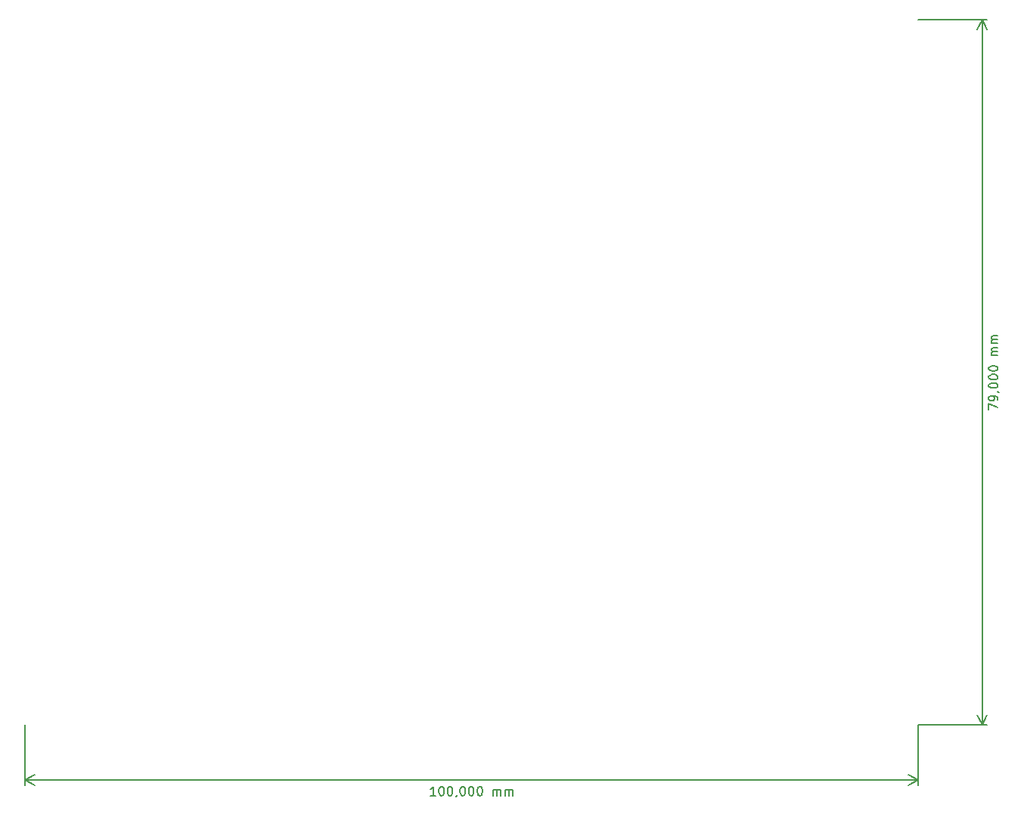
<source format=gbr>
G04 #@! TF.GenerationSoftware,KiCad,Pcbnew,5.1.4-3.fc30*
G04 #@! TF.CreationDate,2019-09-19T02:51:47+02:00*
G04 #@! TF.ProjectId,avr_dev_board_atmega16,6176725f-6465-4765-9f62-6f6172645f61,1_0*
G04 #@! TF.SameCoordinates,Original*
G04 #@! TF.FileFunction,Drawing*
%FSLAX46Y46*%
G04 Gerber Fmt 4.6, Leading zero omitted, Abs format (unit mm)*
G04 Created by KiCad (PCBNEW 5.1.4-3.fc30) date 2019-09-19 02:51:47*
%MOMM*%
%LPD*%
G04 APERTURE LIST*
%ADD10C,0.150000*%
G04 APERTURE END LIST*
D10*
X86135080Y-133946680D02*
X85563652Y-133946680D01*
X85849366Y-133946680D02*
X85849366Y-132946680D01*
X85754128Y-133089538D01*
X85658890Y-133184776D01*
X85563652Y-133232395D01*
X86754128Y-132946680D02*
X86849366Y-132946680D01*
X86944604Y-132994300D01*
X86992223Y-133041919D01*
X87039842Y-133137157D01*
X87087461Y-133327633D01*
X87087461Y-133565728D01*
X87039842Y-133756204D01*
X86992223Y-133851442D01*
X86944604Y-133899061D01*
X86849366Y-133946680D01*
X86754128Y-133946680D01*
X86658890Y-133899061D01*
X86611271Y-133851442D01*
X86563652Y-133756204D01*
X86516033Y-133565728D01*
X86516033Y-133327633D01*
X86563652Y-133137157D01*
X86611271Y-133041919D01*
X86658890Y-132994300D01*
X86754128Y-132946680D01*
X87706509Y-132946680D02*
X87801747Y-132946680D01*
X87896985Y-132994300D01*
X87944604Y-133041919D01*
X87992223Y-133137157D01*
X88039842Y-133327633D01*
X88039842Y-133565728D01*
X87992223Y-133756204D01*
X87944604Y-133851442D01*
X87896985Y-133899061D01*
X87801747Y-133946680D01*
X87706509Y-133946680D01*
X87611271Y-133899061D01*
X87563652Y-133851442D01*
X87516033Y-133756204D01*
X87468414Y-133565728D01*
X87468414Y-133327633D01*
X87516033Y-133137157D01*
X87563652Y-133041919D01*
X87611271Y-132994300D01*
X87706509Y-132946680D01*
X88516033Y-133899061D02*
X88516033Y-133946680D01*
X88468414Y-134041919D01*
X88420795Y-134089538D01*
X89135080Y-132946680D02*
X89230319Y-132946680D01*
X89325557Y-132994300D01*
X89373176Y-133041919D01*
X89420795Y-133137157D01*
X89468414Y-133327633D01*
X89468414Y-133565728D01*
X89420795Y-133756204D01*
X89373176Y-133851442D01*
X89325557Y-133899061D01*
X89230319Y-133946680D01*
X89135080Y-133946680D01*
X89039842Y-133899061D01*
X88992223Y-133851442D01*
X88944604Y-133756204D01*
X88896985Y-133565728D01*
X88896985Y-133327633D01*
X88944604Y-133137157D01*
X88992223Y-133041919D01*
X89039842Y-132994300D01*
X89135080Y-132946680D01*
X90087461Y-132946680D02*
X90182700Y-132946680D01*
X90277938Y-132994300D01*
X90325557Y-133041919D01*
X90373176Y-133137157D01*
X90420795Y-133327633D01*
X90420795Y-133565728D01*
X90373176Y-133756204D01*
X90325557Y-133851442D01*
X90277938Y-133899061D01*
X90182700Y-133946680D01*
X90087461Y-133946680D01*
X89992223Y-133899061D01*
X89944604Y-133851442D01*
X89896985Y-133756204D01*
X89849366Y-133565728D01*
X89849366Y-133327633D01*
X89896985Y-133137157D01*
X89944604Y-133041919D01*
X89992223Y-132994300D01*
X90087461Y-132946680D01*
X91039842Y-132946680D02*
X91135080Y-132946680D01*
X91230319Y-132994300D01*
X91277938Y-133041919D01*
X91325557Y-133137157D01*
X91373176Y-133327633D01*
X91373176Y-133565728D01*
X91325557Y-133756204D01*
X91277938Y-133851442D01*
X91230319Y-133899061D01*
X91135080Y-133946680D01*
X91039842Y-133946680D01*
X90944604Y-133899061D01*
X90896985Y-133851442D01*
X90849366Y-133756204D01*
X90801747Y-133565728D01*
X90801747Y-133327633D01*
X90849366Y-133137157D01*
X90896985Y-133041919D01*
X90944604Y-132994300D01*
X91039842Y-132946680D01*
X92563652Y-133946680D02*
X92563652Y-133280014D01*
X92563652Y-133375252D02*
X92611271Y-133327633D01*
X92706509Y-133280014D01*
X92849366Y-133280014D01*
X92944604Y-133327633D01*
X92992223Y-133422871D01*
X92992223Y-133946680D01*
X92992223Y-133422871D02*
X93039842Y-133327633D01*
X93135080Y-133280014D01*
X93277938Y-133280014D01*
X93373176Y-133327633D01*
X93420795Y-133422871D01*
X93420795Y-133946680D01*
X93896985Y-133946680D02*
X93896985Y-133280014D01*
X93896985Y-133375252D02*
X93944604Y-133327633D01*
X94039842Y-133280014D01*
X94182700Y-133280014D01*
X94277938Y-133327633D01*
X94325557Y-133422871D01*
X94325557Y-133946680D01*
X94325557Y-133422871D02*
X94373176Y-133327633D01*
X94468414Y-133280014D01*
X94611271Y-133280014D01*
X94706509Y-133327633D01*
X94754128Y-133422871D01*
X94754128Y-133946680D01*
X40182800Y-132194300D02*
X140182600Y-132194300D01*
X40182800Y-126034800D02*
X40182800Y-132780721D01*
X140182600Y-126034800D02*
X140182600Y-132780721D01*
X140182600Y-132194300D02*
X139056096Y-132780721D01*
X140182600Y-132194300D02*
X139056096Y-131607879D01*
X40182800Y-132194300D02*
X41309304Y-132780721D01*
X40182800Y-132194300D02*
X41309304Y-131607879D01*
X148072380Y-90725276D02*
X148072380Y-90058609D01*
X149072380Y-90487180D01*
X149072380Y-89630038D02*
X149072380Y-89439561D01*
X149024761Y-89344323D01*
X148977142Y-89296704D01*
X148834285Y-89201466D01*
X148643809Y-89153847D01*
X148262857Y-89153847D01*
X148167619Y-89201466D01*
X148120000Y-89249085D01*
X148072380Y-89344323D01*
X148072380Y-89534800D01*
X148120000Y-89630038D01*
X148167619Y-89677657D01*
X148262857Y-89725276D01*
X148500952Y-89725276D01*
X148596190Y-89677657D01*
X148643809Y-89630038D01*
X148691428Y-89534800D01*
X148691428Y-89344323D01*
X148643809Y-89249085D01*
X148596190Y-89201466D01*
X148500952Y-89153847D01*
X149024761Y-88677657D02*
X149072380Y-88677657D01*
X149167619Y-88725276D01*
X149215238Y-88772895D01*
X148072380Y-88058609D02*
X148072380Y-87963371D01*
X148120000Y-87868133D01*
X148167619Y-87820514D01*
X148262857Y-87772895D01*
X148453333Y-87725276D01*
X148691428Y-87725276D01*
X148881904Y-87772895D01*
X148977142Y-87820514D01*
X149024761Y-87868133D01*
X149072380Y-87963371D01*
X149072380Y-88058609D01*
X149024761Y-88153847D01*
X148977142Y-88201466D01*
X148881904Y-88249085D01*
X148691428Y-88296704D01*
X148453333Y-88296704D01*
X148262857Y-88249085D01*
X148167619Y-88201466D01*
X148120000Y-88153847D01*
X148072380Y-88058609D01*
X148072380Y-87106228D02*
X148072380Y-87010990D01*
X148120000Y-86915752D01*
X148167619Y-86868133D01*
X148262857Y-86820514D01*
X148453333Y-86772895D01*
X148691428Y-86772895D01*
X148881904Y-86820514D01*
X148977142Y-86868133D01*
X149024761Y-86915752D01*
X149072380Y-87010990D01*
X149072380Y-87106228D01*
X149024761Y-87201466D01*
X148977142Y-87249085D01*
X148881904Y-87296704D01*
X148691428Y-87344323D01*
X148453333Y-87344323D01*
X148262857Y-87296704D01*
X148167619Y-87249085D01*
X148120000Y-87201466D01*
X148072380Y-87106228D01*
X148072380Y-86153847D02*
X148072380Y-86058609D01*
X148120000Y-85963371D01*
X148167619Y-85915752D01*
X148262857Y-85868133D01*
X148453333Y-85820514D01*
X148691428Y-85820514D01*
X148881904Y-85868133D01*
X148977142Y-85915752D01*
X149024761Y-85963371D01*
X149072380Y-86058609D01*
X149072380Y-86153847D01*
X149024761Y-86249085D01*
X148977142Y-86296704D01*
X148881904Y-86344323D01*
X148691428Y-86391942D01*
X148453333Y-86391942D01*
X148262857Y-86344323D01*
X148167619Y-86296704D01*
X148120000Y-86249085D01*
X148072380Y-86153847D01*
X149072380Y-84630038D02*
X148405714Y-84630038D01*
X148500952Y-84630038D02*
X148453333Y-84582419D01*
X148405714Y-84487180D01*
X148405714Y-84344323D01*
X148453333Y-84249085D01*
X148548571Y-84201466D01*
X149072380Y-84201466D01*
X148548571Y-84201466D02*
X148453333Y-84153847D01*
X148405714Y-84058609D01*
X148405714Y-83915752D01*
X148453333Y-83820514D01*
X148548571Y-83772895D01*
X149072380Y-83772895D01*
X149072380Y-83296704D02*
X148405714Y-83296704D01*
X148500952Y-83296704D02*
X148453333Y-83249085D01*
X148405714Y-83153847D01*
X148405714Y-83010990D01*
X148453333Y-82915752D01*
X148548571Y-82868133D01*
X149072380Y-82868133D01*
X148548571Y-82868133D02*
X148453333Y-82820514D01*
X148405714Y-82725276D01*
X148405714Y-82582419D01*
X148453333Y-82487180D01*
X148548571Y-82439561D01*
X149072380Y-82439561D01*
X147320000Y-126034800D02*
X147320000Y-47034800D01*
X140182600Y-126034800D02*
X147906421Y-126034800D01*
X140182600Y-47034800D02*
X147906421Y-47034800D01*
X147320000Y-47034800D02*
X147906421Y-48161304D01*
X147320000Y-47034800D02*
X146733579Y-48161304D01*
X147320000Y-126034800D02*
X147906421Y-124908296D01*
X147320000Y-126034800D02*
X146733579Y-124908296D01*
M02*

</source>
